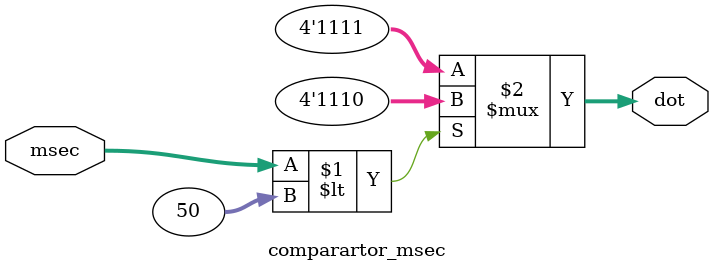
<source format=v>
`timescale 1ns / 1ps

module fnd_controller (
    input clk,
    input reset,
    input [1:0] sw_mode,
    input [6:0] msec,
    input [5:0] sec,
    input [5:0] min,
    input [4:0] hour,
    output [7:0] fnd_font,
    output [3:0] fnd_comm
);
    // 10000진 카운터
    // 0~9999 -> 몇 비트로 처리해야 하는가? -> log2(9999)
    // $clog2())-1:0
    // assign seg_comm = 4'b1110;  // segment 0의 자리 on, seg는 anode type

    wire [3:0] w_digit_msec_1, w_digit_msec_10;
    wire [3:0] w_digit_sec_1, w_digit_sec_10;
    wire [3:0] w_digit_min_1, w_digit_min_10;
    wire [3:0] w_digit_hour_1, w_digit_hour_10;
    wire [3:0] w_bcd, w_dot, w_min_hour, w_msec_sec;
    wire [2:0] w_seg_sel;
    wire w_clk_100hz; 

    clk_divider U_Clk_Divider (
        .clk  (clk),
        .reset(reset),
        .o_clk(w_clk_100hz)
    );

    counter_8 U_counter_8 (
        .clk  (w_clk_100hz),
        .reset(reset),
        .o_sel(w_seg_sel)
    );
    
    decoder_3x8 U_decoder_3x8 (
        .seg_sel (w_seg_sel),
        .fnd_comm(fnd_comm)
    );

    digit_splitter #(.BIT_WIDTH(7)) U_Msec_ds (
        .bcd(msec),
        .digit_1(w_digit_msec_1),
        .digit_10(w_digit_msec_10)
    );
    digit_splitter #(.BIT_WIDTH(6)) U_Sec_ds (
        .bcd(sec),
        .digit_1(w_digit_sec_1),
        .digit_10(w_digit_sec_10)
    );
    digit_splitter #(.BIT_WIDTH(6)) U_Min_ds (
        .bcd(min),
        .digit_1(w_digit_min_1),
        .digit_10(w_digit_min_10)
    );
    digit_splitter #(.BIT_WIDTH(5)) U_Hour_ds (
        .bcd(hour),
        .digit_1(w_digit_hour_1),
        .digit_10(w_digit_hour_10)
    );
    MUX_8X1 U_Mux_8x1_ms (
        .sel(w_seg_sel),
        .x0(w_digit_msec_1),
        .x1(w_digit_msec_10),
        .x2(w_digit_sec_1),
        .x3(w_digit_sec_10),
        .x4(4'hf),
        .x5(4'hf),
        .x6(w_dot),
        .x7(4'hf),
        .y(w_msec_sec)
    );
    MUX_8X1 U_Mux_8x1_mh (
        .sel(w_seg_sel),
        .x0(w_digit_min_1),
        .x1(w_digit_min_10),
        .x2(w_digit_hour_1),
        .x3(w_digit_hour_10),
        .x4(4'hf),
        .x5(4'hf),
        .x6(4'hf),
        .x7(4'hf),
        .y(w_min_hour)
    );
    comparartor_msec U_Comp_dot (
        .msec(msec),
        .dot(w_dot)
    );
    MUX_2X1 U_mux_2x1 (
        .sw_mode(sw_mode[0]),
        .msec_sec(w_msec_sec),
        .min_hour(w_min_hour),
        .bcd(w_bcd)
    );
    
    bcdtoseg U_bcdtoseg (
        .bcd(w_bcd),
        .fnd_font(fnd_font)
    );
    
endmodule


module clk_divider (
    input  clk,
    input  reset,
    output o_clk
);

    // reg [19:0] r_counter;
    parameter FCOUNT = 200_000 ;
    reg [$clog2(FCOUNT)-1:0] r_counter;  //$clog2 : 수의 필요한 비트수 계산
    reg r_clk;
    assign o_clk = r_clk;

    always @(posedge clk, posedge reset) begin
        if (reset) begin
            r_counter <= 0;  // 리셋상태
            r_clk <= 1'b0;
        end else begin
            // clock divide 계산, 100Mhz -> 100hz
            if (r_counter == FCOUNT - 1) begin
                r_counter <= 0;
                r_clk <= 1'b1;  // r_clk : 0->1
            end else begin
                r_counter <= r_counter + 1;
                r_clk <= 1'b0;  // r_clk : 1->0, 0->0 : 0으로 유지
            end
        end
    end

endmodule

    
module counter_8 (
    input clk,
    input reset,
    output [2:0] o_sel
);
    reg [2:0] r_counter;
    assign o_sel = r_counter;

    always @(posedge clk, posedge reset) begin
        if (reset) begin
            r_counter <= 0;
        end else begin
            r_counter <= r_counter + 1;
        end
    end

endmodule


module decoder_3x8 (
    input [2:0] seg_sel,
    output reg [3:0] fnd_comm
);

    // 3x8 decoder
    always @(seg_sel) begin  // * : 모든 입력을 감시한다
        case (seg_sel)
            3'b000:   fnd_comm = 4'b1110;
            3'b001:   fnd_comm = 4'b1101;
            3'b010:   fnd_comm = 4'b1011;
            3'b011:   fnd_comm = 4'b0111;
            3'b100:   fnd_comm = 4'b1110;
            3'b101:   fnd_comm = 4'b1101;
            3'b110:   fnd_comm = 4'b1011;
            3'b111:   fnd_comm = 4'b0111;
            default: fnd_comm = 4'b1111;
        endcase
    end

endmodule

module digit_splitter #(parameter BIT_WIDTH = 7) (
    input  [BIT_WIDTH-1:0] bcd,
    output [3:0] digit_1,
    output [3:0] digit_10
);
    assign digit_1 = bcd % 10;
    assign digit_10 = bcd / 10 % 10;

endmodule

module MUX_8X1 (
    input [2:0] sel,
    input [3:0] x0,
    input [3:0] x1,
    input [3:0] x2,
    input [3:0] x3,
    input [3:0] x4,
    input [3:0] x5,
    input [3:0] x6,
    input [3:0] x7,
    output reg [3:0] y
);
    
    always @(*) begin
        case (sel)
           3'b000 : y = x0;
           3'b001 : y = x1;
           3'b010 : y = x2;
           3'b011 : y = x3;
           3'b100 : y = x4;
           3'b101 : y = x5;
           3'b110 : y = x6;
           3'b111 : y = x7;
            default: y = 4'hf;
        endcase
    end
endmodule

module MUX_2X1 (
    input [1:0] sw_mode,
    input [3:0] msec_sec,
    input [3:0] min_hour,
    output reg [3:0] bcd
);
    always @(*) begin
        case (sw_mode[0])
          1'b0 : bcd = msec_sec;
          1'b1 : bcd = min_hour;
            default: bcd = 4'hf;
        endcase
    end
endmodule

module bcdtoseg (
    input [3:0] bcd,  // [3:0] sum 값
    output reg [7:0] fnd_font  // reg type 지정 (default: wire)
);
    // always 구문은 출력으로 wire X, reg type을 가져야 한다
    always @(bcd) begin     // 항상 @(이벤트 대상) 감시. begin부터 end를 실행

        case (bcd)  // if문
            4'h0: fnd_font = 8'hC0;
            4'h1: fnd_font = 8'hF9;
            4'h2: fnd_font = 8'hA4;
            4'h3: fnd_font = 8'hB0;
            4'h4: fnd_font = 8'h99;
            4'h5: fnd_font = 8'h92;
            4'h6: fnd_font = 8'h82;
            4'h7: fnd_font = 8'hF8;
            4'h8: fnd_font = 8'h80;
            4'h9: fnd_font = 8'h90;
            4'hA: fnd_font = 8'h88;
            4'hB: fnd_font = 8'h83;
            4'hC: fnd_font = 8'hC6;
            4'hD: fnd_font = 8'hA1;
            4'hE: fnd_font = 8'h7f; //dot
            4'hF: fnd_font = 8'hff;
            default: fnd_font = 8'hff;
        endcase
    end
endmodule

module comparartor_msec (
    input [6:0] msec,
    //input [6:0] hour,
    output [3:0] dot
);
    assign dot = (msec<50 ) ? 4'he : 4'hf; // dot on, off // ( ) ? a : b -> ( ) 가 참이면 a, 거짓 b

endmodule


</source>
